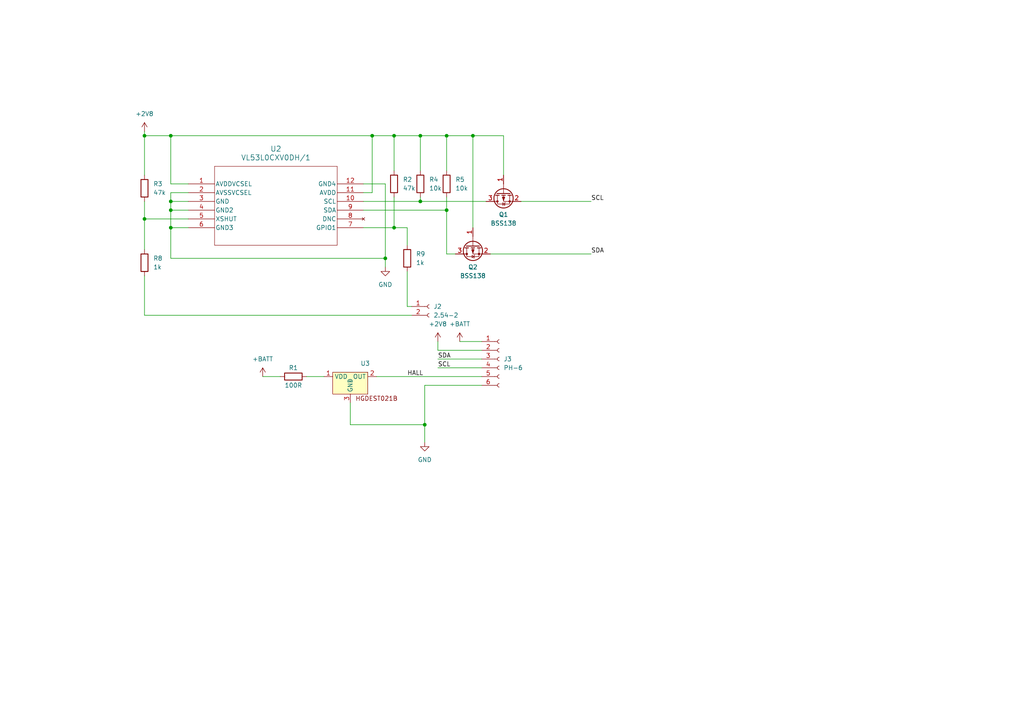
<source format=kicad_sch>
(kicad_sch (version 20230121) (generator eeschema)
  (paper "A4")
  (lib_symbols
    (symbol "Connector:Conn_01x02_Socket" (pin_names (offset 1.016) hide)
      (property "Reference" "J" (at 0 2.54 0))
      (property "Value" "Conn_01x02_Socket" (at 0 -5.08 0))
      (symbol "Conn_01x02_Socket_1_1"
        (arc (start 0 -2.032) (mid -0.5058 -2.54) (end 0 -3.048) (stroke (width 0.1524)))
        (polyline (pts (xy -1.27 -2.54) (xy -0.508 -2.54)) (stroke (width 0.1524)))
        (polyline (pts (xy -1.27 0) (xy -0.508 0)) (stroke (width 0.1524)))
        (arc (start 0 0.508) (mid -0.5058 0) (end 0 -0.508) (stroke (width 0.1524)))
        (pin passive line (at -5.08 0 0) (length 3.81) (name "Pin_1") (number "1"))
        (pin passive line (at -5.08 -2.54 0) (length 3.81) (name "Pin_2") (number "2"))
      )
    )
    (symbol "Connector:Conn_01x06_Socket" (pin_names (offset 1.016) hide)
      (property "Reference" "J" (at 0 7.62 0))
      (property "Value" "Conn_01x06_Socket" (at 0 -10.16 0))
      (symbol "Conn_01x06_Socket_1_1"
        (arc (start 0 -7.112) (mid -0.5058 -7.62) (end 0 -8.128) (stroke (width 0.1524)))
        (arc (start 0 -4.572) (mid -0.5058 -5.08) (end 0 -5.588) (stroke (width 0.1524)))
        (arc (start 0 -2.032) (mid -0.5058 -2.54) (end 0 -3.048) (stroke (width 0.1524)))
        (polyline (pts (xy -1.27 -7.62) (xy -0.508 -7.62)) (stroke (width 0.1524)))
        (polyline (pts (xy -1.27 -5.08) (xy -0.508 -5.08)) (stroke (width 0.1524)))
        (polyline (pts (xy -1.27 -2.54) (xy -0.508 -2.54)) (stroke (width 0.1524)))
        (polyline (pts (xy -1.27 0) (xy -0.508 0)) (stroke (width 0.1524)))
        (polyline (pts (xy -1.27 2.54) (xy -0.508 2.54)) (stroke (width 0.1524)))
        (polyline (pts (xy -1.27 5.08) (xy -0.508 5.08)) (stroke (width 0.1524)))
        (arc (start 0 0.508) (mid -0.5058 0) (end 0 -0.508) (stroke (width 0.1524)))
        (arc (start 0 3.048) (mid -0.5058 2.54) (end 0 2.032) (stroke (width 0.1524)))
        (arc (start 0 5.588) (mid -0.5058 5.08) (end 0 4.572) (stroke (width 0.1524)))
        (pin passive line (at -5.08 5.08 0) (length 3.81) (name "Pin_1") (number "1"))
        (pin passive line (at -5.08 2.54 0) (length 3.81) (name "Pin_2") (number "2"))
        (pin passive line (at -5.08 0 0) (length 3.81) (name "Pin_3") (number "3"))
        (pin passive line (at -5.08 -2.54 0) (length 3.81) (name "Pin_4") (number "4"))
        (pin passive line (at -5.08 -5.08 0) (length 3.81) (name "Pin_5") (number "5"))
        (pin passive line (at -5.08 -7.62 0) (length 3.81) (name "Pin_6") (number "6"))
      )
    )
    (symbol "Device:Q_PMOS_GSD" (pin_names (offset 0) hide)
      (property "Reference" "Q" (at 5.08 1.27 0))
      (property "Value" "Q_PMOS_GSD" (at 5.08 -1.27 0))
      (symbol "Q_PMOS_GSD_0_1"
        (polyline (pts (xy 0.254 0) (xy -2.54 0)))
        (polyline (pts (xy 0.254 1.905) (xy 0.254 -1.905)) (stroke (width 0.254)))
        (polyline (pts (xy 0.762 -1.27) (xy 0.762 -2.286)) (stroke (width 0.254)))
        (polyline (pts (xy 0.762 0.508) (xy 0.762 -0.508)) (stroke (width 0.254)))
        (polyline (pts (xy 0.762 2.286) (xy 0.762 1.27)) (stroke (width 0.254)))
        (polyline (pts (xy 2.54 2.54) (xy 2.54 1.778)))
        (polyline (pts (xy 2.54 -2.54) (xy 2.54 0) (xy 0.762 0)))
        (polyline (pts (xy 0.762 1.778) (xy 3.302 1.778) (xy 3.302 -1.778) (xy 0.762 -1.778)))
        (polyline (pts (xy 2.286 0) (xy 1.27 0.381) (xy 1.27 -0.381) (xy 2.286 0)) (fill (type outline)))
        (polyline (pts (xy 2.794 -0.508) (xy 2.921 -0.381) (xy 3.683 -0.381) (xy 3.81 -0.254)))
        (polyline (pts (xy 3.302 -0.381) (xy 2.921 0.254) (xy 3.683 0.254) (xy 3.302 -0.381)))
        (circle (center 1.651 0) (radius 2.794) (stroke (width 0.254)))
        (circle (center 2.54 -1.778) (radius 0.254) (fill (type outline)))
        (circle (center 2.54 1.778) (radius 0.254) (fill (type outline)))
      )
      (symbol "Q_PMOS_GSD_1_1"
        (pin input line (at -5.08 0 0) (length 2.54) (name "G") (number "1"))
        (pin passive line (at 2.54 -5.08 90) (length 2.54) (name "S") (number "2"))
        (pin passive line (at 2.54 5.08 270) (length 2.54) (name "D") (number "3"))
      )
    )
    (symbol "Device:R" (pin_numbers hide) (pin_names (offset 0))
      (property "Reference" "R" (at 2.032 0 90))
      (property "Value" "R" (at 0 0 90))
      (symbol "R_0_1"
        (rectangle (start -1.016 -2.54) (end 1.016 2.54) (stroke (width 0.254)))
      )
      (symbol "R_1_1"
        (pin passive line (at 0 3.81 270) (length 1.27) (name "~") (number "1"))
        (pin passive line (at 0 -3.81 90) (length 1.27) (name "~") (number "2"))
      )
    )
    (symbol "power:+2V8" (power) (pin_names (offset 0))
      (property "Value" "+2V8" (at 0 3.556 0))
      (symbol "+2V8_0_1"
        (polyline (pts (xy -0.762 1.27) (xy 0 2.54)))
        (polyline (pts (xy 0 0) (xy 0 2.54)))
        (polyline (pts (xy 0 2.54) (xy 0.762 1.27)))
      )
      (symbol "+2V8_1_1"
        (pin power_in line (at 0 0 90) (length 0) hide (name "+2V8") (number "1"))
      )
    )
    (symbol "power:+BATT" (power) (pin_names (offset 0))
      (property "Value" "+BATT" (at 0 3.556 0))
      (symbol "+BATT_0_1"
        (polyline (pts (xy -0.762 1.27) (xy 0 2.54)))
        (polyline (pts (xy 0 0) (xy 0 2.54)))
        (polyline (pts (xy 0 2.54) (xy 0.762 1.27)))
      )
      (symbol "+BATT_1_1"
        (pin power_in line (at 0 0 90) (length 0) hide (name "+BATT") (number "1"))
      )
    )
    (symbol "power:GND" (power) (pin_names (offset 0))
      (property "Value" "GND" (at 0 -3.81 0))
      (symbol "GND_0_1"
        (polyline (pts (xy 0 0) (xy 0 -1.27) (xy 1.27 -1.27) (xy 0 -2.54) (xy -1.27 -1.27) (xy 0 -1.27)))
      )
      (symbol "GND_1_1"
        (pin power_in line (at 0 0 270) (length 0) hide (name "GND") (number "1"))
      )
    )
    (symbol "smart_glass:HGDEST021B"
      (property "Reference" "U" (at -3.81 3.81 0))
      (symbol "HGDEST021B_1_1"
        (polyline (pts (xy -5.08 2.54) (xy -5.08 -3.81) (xy 5.08 -3.81) (xy 5.08 2.54) (xy -5.08 2.54)) (fill (type background)))
        (text "HGDEST021B" (at 7.62 -5.08 0) (effects (font (size 1.27 1.27))))
        (pin input line (at -7.62 1.27 0) (length 2.54) (name "VDD") (number "1"))
        (pin output line (at 7.62 1.27 180) (length 2.54) (name "OUT") (number "2"))
        (pin power_in line (at 0 -6.35 90) (length 2.54) (name "GND") (number "3"))
      )
    )
    (symbol "smart_glass:VL53L0CXV0DH_1" (pin_names (offset 0.254))
      (property "Reference" "U" (at 25.4 10.16 0))
      (property "Value" "VL53L0CXV0DH/1" (at 25.4 7.62 0))
      (symbol "VL53L0CXV0DH_1_0_1"
        (polyline (pts (xy 7.62 -17.78) (xy 43.18 -17.78)) (stroke (width 0.127)))
        (polyline (pts (xy 7.62 5.08) (xy 7.62 -17.78)) (stroke (width 0.127)))
        (polyline (pts (xy 43.18 -17.78) (xy 43.18 5.08)) (stroke (width 0.127)))
        (polyline (pts (xy 43.18 5.08) (xy 7.62 5.08)) (stroke (width 0.127)))
        (pin power_in line (at 0 0 0) (length 7.62) (name "AVDDVCSEL") (number "1"))
        (pin input line (at 50.8 -5.08 180) (length 7.62) (name "SCL") (number "10"))
        (pin power_in line (at 50.8 -2.54 180) (length 7.62) (name "AVDD") (number "11"))
        (pin power_in line (at 50.8 0 180) (length 7.62) (name "GND4") (number "12"))
        (pin power_in line (at 0 -2.54 0) (length 7.62) (name "AVSSVCSEL") (number "2"))
        (pin power_in line (at 0 -5.08 0) (length 7.62) (name "GND") (number "3"))
        (pin power_in line (at 0 -7.62 0) (length 7.62) (name "GND2") (number "4"))
        (pin input line (at 0 -10.16 0) (length 7.62) (name "XSHUT") (number "5"))
        (pin power_in line (at 0 -12.7 0) (length 7.62) (name "GND3") (number "6"))
        (pin bidirectional line (at 50.8 -12.7 180) (length 7.62) (name "GPIO1") (number "7"))
        (pin no_connect line (at 50.8 -10.16 180) (length 7.62) (name "DNC") (number "8"))
        (pin bidirectional line (at 50.8 -7.62 180) (length 7.62) (name "SDA") (number "9"))
      )
    )
  )
  (junction (at 49.53 39.37))
  (junction (at 129.54 60.96))
  (junction (at 114.3 66.04))
  (junction (at 121.92 39.37))
  (junction (at 123.19 123.19))
  (junction (at 121.92 58.42))
  (junction (at 137.16 39.37))
  (junction (at 49.53 58.42))
  (junction (at 49.53 66.04))
  (junction (at 114.3 39.37))
  (junction (at 129.54 39.37))
  (junction (at 111.76 74.93))
  (junction (at 49.53 60.96))
  (junction (at 107.95 39.37))
  (junction (at 41.91 63.5))
  (junction (at 41.91 39.37))
  (wire (pts (xy 41.91 39.37) (xy 49.53 39.37)))
  (wire (pts (xy 137.16 39.37) (xy 129.54 39.37)))
  (wire (pts (xy 119.38 91.44) (xy 41.91 91.44)))
  (wire (pts (xy 151.13 58.42) (xy 171.45 58.42)))
  (wire (pts (xy 49.53 58.42) (xy 49.53 60.96)))
  (wire (pts (xy 49.53 74.93) (xy 111.76 74.93)))
  (wire (pts (xy 114.3 57.15) (xy 114.3 66.04)))
  (wire (pts (xy 129.54 39.37) (xy 129.54 49.53)))
  (wire (pts (xy 121.92 39.37) (xy 114.3 39.37)))
  (wire (pts (xy 133.35 99.06) (xy 139.7 99.06)))
  (wire (pts (xy 105.41 53.34) (xy 111.76 53.34)))
  (wire (pts (xy 118.11 88.9) (xy 119.38 88.9)))
  (wire (pts (xy 54.61 58.42) (xy 49.53 58.42)))
  (wire (pts (xy 127 106.68) (xy 139.7 106.68)))
  (wire (pts (xy 129.54 73.66) (xy 129.54 60.96)))
  (wire (pts (xy 129.54 57.15) (xy 129.54 60.96)))
  (wire (pts (xy 49.53 39.37) (xy 107.95 39.37)))
  (wire (pts (xy 49.53 60.96) (xy 49.53 66.04)))
  (wire (pts (xy 88.9 109.22) (xy 93.98 109.22)))
  (wire (pts (xy 54.61 63.5) (xy 41.91 63.5)))
  (wire (pts (xy 123.19 123.19) (xy 123.19 111.76)))
  (wire (pts (xy 105.41 60.96) (xy 129.54 60.96)))
  (wire (pts (xy 142.24 73.66) (xy 171.45 73.66)))
  (wire (pts (xy 114.3 66.04) (xy 105.41 66.04)))
  (wire (pts (xy 101.6 123.19) (xy 123.19 123.19)))
  (wire (pts (xy 49.53 60.96) (xy 54.61 60.96)))
  (wire (pts (xy 132.08 73.66) (xy 129.54 73.66)))
  (wire (pts (xy 107.95 39.37) (xy 114.3 39.37)))
  (wire (pts (xy 49.53 55.88) (xy 49.53 58.42)))
  (wire (pts (xy 118.11 66.04) (xy 114.3 66.04)))
  (wire (pts (xy 123.19 128.27) (xy 123.19 123.19)))
  (wire (pts (xy 41.91 38.1) (xy 41.91 39.37)))
  (wire (pts (xy 41.91 50.8) (xy 41.91 39.37)))
  (wire (pts (xy 49.53 66.04) (xy 49.53 74.93)))
  (wire (pts (xy 41.91 91.44) (xy 41.91 80.01)))
  (wire (pts (xy 127 99.06) (xy 127 101.6)))
  (wire (pts (xy 123.19 111.76) (xy 139.7 111.76)))
  (wire (pts (xy 118.11 71.12) (xy 118.11 66.04)))
  (wire (pts (xy 127 101.6) (xy 139.7 101.6)))
  (wire (pts (xy 41.91 63.5) (xy 41.91 72.39)))
  (wire (pts (xy 111.76 53.34) (xy 111.76 74.93)))
  (wire (pts (xy 121.92 58.42) (xy 140.97 58.42)))
  (wire (pts (xy 41.91 63.5) (xy 41.91 58.42)))
  (wire (pts (xy 121.92 39.37) (xy 129.54 39.37)))
  (wire (pts (xy 107.95 55.88) (xy 105.41 55.88)))
  (wire (pts (xy 127 104.14) (xy 139.7 104.14)))
  (wire (pts (xy 49.53 66.04) (xy 54.61 66.04)))
  (wire (pts (xy 49.53 53.34) (xy 54.61 53.34)))
  (wire (pts (xy 101.6 116.84) (xy 101.6 123.19)))
  (wire (pts (xy 137.16 66.04) (xy 137.16 39.37)))
  (wire (pts (xy 107.95 39.37) (xy 107.95 55.88)))
  (wire (pts (xy 54.61 55.88) (xy 49.53 55.88)))
  (wire (pts (xy 121.92 49.53) (xy 121.92 39.37)))
  (wire (pts (xy 114.3 39.37) (xy 114.3 49.53)))
  (wire (pts (xy 109.22 109.22) (xy 139.7 109.22)))
  (wire (pts (xy 76.2 109.22) (xy 81.28 109.22)))
  (wire (pts (xy 146.05 50.8) (xy 146.05 39.37)))
  (wire (pts (xy 111.76 74.93) (xy 111.76 77.47)))
  (wire (pts (xy 146.05 39.37) (xy 137.16 39.37)))
  (wire (pts (xy 49.53 39.37) (xy 49.53 53.34)))
  (wire (pts (xy 121.92 57.15) (xy 121.92 58.42)))
  (wire (pts (xy 118.11 78.74) (xy 118.11 88.9)))
  (wire (pts (xy 121.92 58.42) (xy 105.41 58.42)))
  (label "SDA" (at 171.45 73.66 0))
  (label "SCL" (at 127 106.68 0))
  (label "SCL" (at 171.45 58.42 0))
  (label "SDA" (at 127 104.14 0))
  (label "HALL" (at 118.11 109.22 0))
  (symbol (lib_id "smart_glass:VL53L0CXV0DH_1") (at 54.61 53.34 0) (unit 1)
    (property "Reference" "U2" (at 80.01 43.18 0) (effects (font (size 1.524 1.524))))
    (property "Value" "VL53L0CXV0DH/1" (at 80.01 45.72 0) (effects (font (size 1.524 1.524))))
    (property "Footprint" "smart_glass:LGA12_STM-M" (effects hide))
    (property "Datasheet" "VL53L0CXV0DH/1" (effects hide))
  )
  (symbol (lib_id "Device:R") (at 129.54 53.34 0) (unit 1)
    (property "Reference" "R5" (at 132.08 52.07 0) (effects (justify left)))
    (property "Value" "10k" (at 132.08 54.61 0) (effects (justify left)))
    (property "Footprint" "Resistor_SMD:R_0603_1608Metric_Pad0.98x0.95mm_HandSolder" (effects hide))
  )
  (symbol (lib_id "Device:R") (at 118.11 74.93 0) (unit 1)
    (property "Reference" "R9" (at 120.65 73.66 0) (effects (justify left)))
    (property "Value" "1k" (at 120.65 76.2 0) (effects (justify left)))
    (property "Footprint" "Resistor_SMD:R_0603_1608Metric_Pad0.98x0.95mm_HandSolder" (effects hide))
  )
  (symbol (lib_id "Device:R") (at 41.91 76.2 0) (unit 1)
    (property "Reference" "R8" (at 44.45 74.93 0) (effects (justify left)))
    (property "Value" "1k" (at 44.45 77.47 0) (effects (justify left)))
    (property "Footprint" "Resistor_SMD:R_0603_1608Metric_Pad0.98x0.95mm_HandSolder" (effects hide))
  )
  (symbol (lib_id "power:+BATT") (at 133.35 99.06 0) (unit 1)
    (property "Reference" "#PWR04" (effects hide))
    (property "Value" "+BATT" (at 133.35 93.98 0))
  )
  (symbol (lib_id "Device:R") (at 121.92 53.34 0) (unit 1)
    (property "Reference" "R4" (at 124.46 52.07 0) (effects (justify left)))
    (property "Value" "10k" (at 124.46 54.61 0) (effects (justify left)))
    (property "Footprint" "Resistor_SMD:R_0603_1608Metric_Pad0.98x0.95mm_HandSolder" (effects hide))
  )
  (symbol (lib_id "power:+BATT") (at 76.2 109.22 0) (unit 1)
    (property "Reference" "#PWR01" (effects hide))
    (property "Value" "+BATT" (at 76.2 104.14 0))
  )
  (symbol (lib_id "Connector:Conn_01x02_Socket") (at 124.46 88.9 0) (unit 1)
    (property "Reference" "J2" (at 125.73 88.9 0) (effects (justify left)))
    (property "Value" "2.54-2" (at 125.73 91.44 0) (effects (justify left)))
    (property "Footprint" "Connector_PinHeader_2.54mm:PinHeader_1x02_P2.54mm_Vertical" (effects hide))
  )
  (symbol (lib_id "Device:Q_PMOS_GSD") (at 146.05 55.88 90) (mirror x) (unit 1)
    (property "Reference" "Q1" (at 146.05 62.23 90))
    (property "Value" "BSS138" (at 146.05 64.77 90))
    (property "Footprint" "Package_TO_SOT_SMD:SOT-23-3" (effects hide))
  )
  (symbol (lib_id "Connector:Conn_01x06_Socket") (at 144.78 104.14 0) (unit 1)
    (property "Reference" "J3" (at 146.05 104.14 0) (effects (justify left)))
    (property "Value" "PH-6" (at 146.05 106.68 0) (effects (justify left)))
    (property "Footprint" "Connector_JST:JST_PH_S6B-PH-K_1x06_P2.00mm_Horizontal" (effects hide))
  )
  (symbol (lib_id "power:+2V8") (at 41.91 38.1 0) (unit 1)
    (property "Reference" "#PWR07" (effects hide))
    (property "Value" "+2V8" (at 41.91 33.02 0))
  )
  (symbol (lib_id "power:GND") (at 123.19 128.27 0) (unit 1)
    (property "Reference" "#PWR03" (effects hide))
    (property "Value" "GND" (at 123.19 133.35 0))
  )
  (symbol (lib_id "Device:R") (at 41.91 54.61 0) (unit 1)
    (property "Reference" "R3" (at 44.45 53.34 0) (effects (justify left)))
    (property "Value" "47k" (at 44.45 55.88 0) (effects (justify left)))
    (property "Footprint" "Resistor_SMD:R_0603_1608Metric_Pad0.98x0.95mm_HandSolder" (effects hide))
  )
  (symbol (lib_id "Device:R") (at 85.09 109.22 90) (unit 1)
    (property "Reference" "R1" (at 85.09 106.68 90))
    (property "Value" "100R" (at 85.09 111.76 90))
    (property "Footprint" "Resistor_SMD:R_0603_1608Metric_Pad0.98x0.95mm_HandSolder" (effects hide))
  )
  (symbol (lib_id "Device:R") (at 114.3 53.34 0) (unit 1)
    (property "Reference" "R2" (at 116.84 52.07 0) (effects (justify left)))
    (property "Value" "47k" (at 116.84 54.61 0) (effects (justify left)))
    (property "Footprint" "Resistor_SMD:R_0603_1608Metric_Pad0.98x0.95mm_HandSolder" (effects hide))
  )
  (symbol (lib_id "power:GND") (at 111.76 77.47 0) (unit 1)
    (property "Reference" "#PWR08" (effects hide))
    (property "Value" "GND" (at 111.76 82.55 0))
  )
  (symbol (lib_id "Device:Q_PMOS_GSD") (at 137.16 71.12 90) (mirror x) (unit 1)
    (property "Reference" "Q2" (at 137.16 77.47 90))
    (property "Value" "BSS138" (at 137.16 80.01 90))
    (property "Footprint" "Package_TO_SOT_SMD:SOT-23-3" (effects hide))
  )
  (symbol (lib_id "smart_glass:HGDEST021B") (at 101.6 110.49 0) (unit 1)
    (property "Reference" "U3" (at 105.9295 105.41 0))
    (property "Value" "~" (at 101.6 110.49 0))
    (property "Footprint" "Package_TO_SOT_SMD:SOT-23-3" (effects hide))
  )
  (symbol (lib_id "power:+2V8") (at 127 99.06 0) (unit 1)
    (property "Reference" "#PWR02" (effects hide))
    (property "Value" "+2V8" (at 127 93.98 0))
  )
)
</source>
